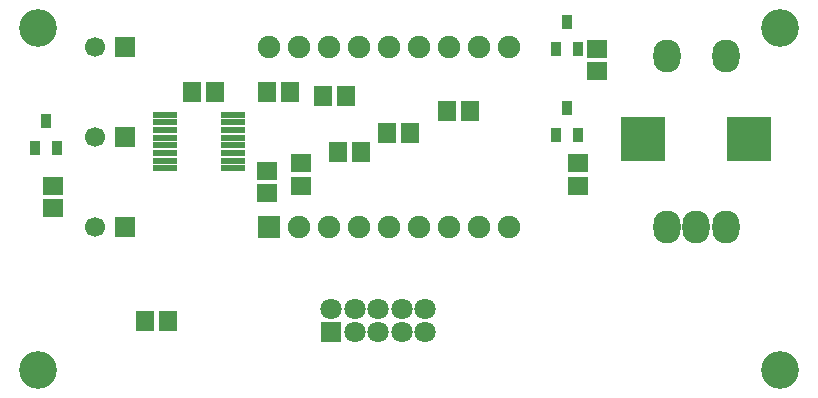
<source format=gbr>
G04 DipTrace 2.4.0.1*
%INpanel_BottomMask.gbr*%
%MOIN*%
%ADD24R,0.0669X0.0669*%
%ADD35C,0.126*%
%ADD41C,0.0669*%
%ADD43R,0.1496X0.1496*%
%ADD45O,0.0906X0.1102*%
%ADD47R,0.0669X0.0591*%
%ADD49R,0.0335X0.0492*%
%ADD51C,0.0709*%
%ADD52R,0.0787X0.0236*%
%ADD54R,0.0748X0.0748*%
%ADD55C,0.0748*%
%ADD58R,0.0591X0.0669*%
%FSLAX44Y44*%
G04*
G70*
G90*
G75*
G01*
%LNBotMask*%
%LPD*%
D58*
X8627Y6937D3*
X9375D3*
D41*
X6939Y16065D3*
D24*
X7939D3*
D41*
X6939Y13065D3*
D24*
X7939D3*
D41*
X6939Y10065D3*
D24*
X7939D3*
D55*
X12750Y16063D3*
X13750Y10063D3*
X14750D3*
X16750D3*
X17750D3*
X18750D3*
X19750D3*
X20750Y16063D3*
Y10063D3*
X15750D3*
X13750Y16063D3*
X15750D3*
X16750D3*
X17750D3*
X18750D3*
X19750D3*
X14750D3*
D54*
X12750Y10063D3*
D52*
X11564Y13815D3*
Y13559D3*
Y13303D3*
Y13047D3*
Y12791D3*
Y12535D3*
Y12279D3*
Y12024D3*
X9281D3*
Y12279D3*
Y12535D3*
Y12791D3*
Y13047D3*
Y13303D3*
Y13559D3*
Y13815D3*
D24*
X14814Y6565D3*
D51*
Y7352D3*
X15602Y6565D3*
Y7352D3*
X16389D3*
Y6565D3*
X17177D3*
Y7352D3*
X17964Y6565D3*
Y7352D3*
D49*
X23064Y16002D3*
X22316D3*
X22690Y16908D3*
X23064Y13127D3*
X22316D3*
X22690Y14033D3*
X5689Y12690D3*
X4941D3*
X5315Y13595D3*
D58*
X10189Y14565D3*
X10937D3*
X12689D3*
X13437D3*
X14564Y14440D3*
X15312D3*
X18689Y13940D3*
X19437D3*
X16689Y13190D3*
X17437D3*
X15064Y12565D3*
X15812D3*
D47*
X13814Y12190D3*
Y11442D3*
X12689Y11940D3*
Y11192D3*
X23689Y16002D3*
Y15254D3*
X23064Y12190D3*
Y11442D3*
X5562Y11438D3*
Y10690D3*
D45*
X26002Y10065D3*
X26986D3*
X27970D3*
X26002Y15774D3*
X27970D3*
D43*
X25214Y13018D3*
X28758D3*
D35*
X5064Y16690D3*
Y5315D3*
X29775D3*
Y16690D3*
M02*

</source>
